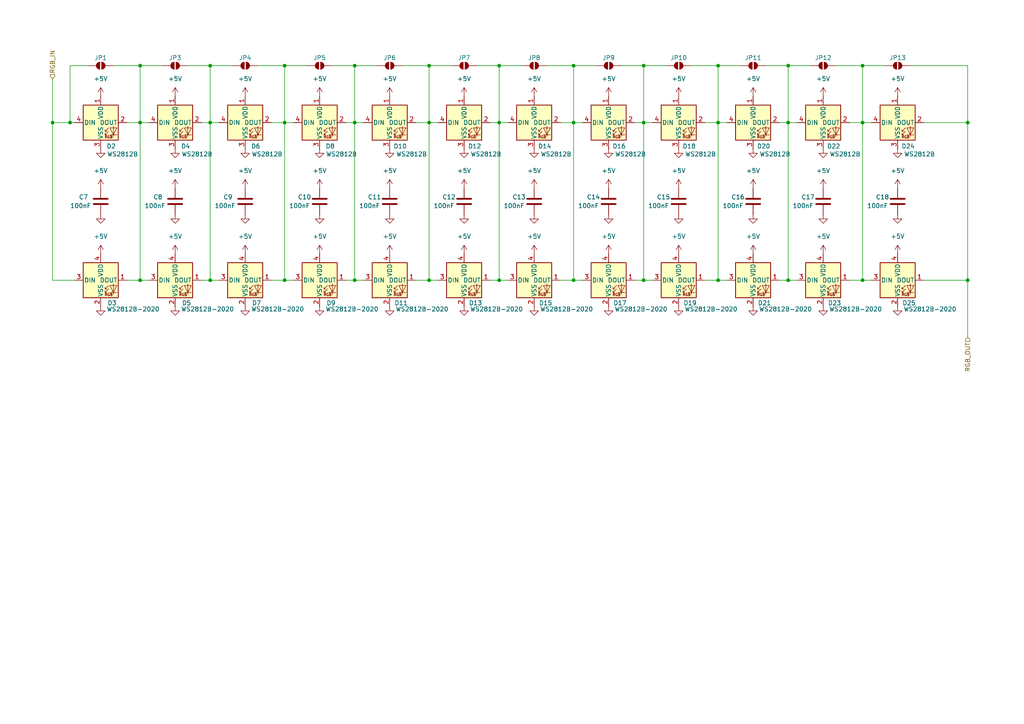
<source format=kicad_sch>
(kicad_sch (version 20231120) (generator "eeschema") (generator_version "8.0")
  (paper "A4")
  (junction (at 124.46 81.28))
  (junction (at 20.32 35.56))
  (junction (at 40.64 19.05))
  (junction (at 60.96 81.28))
  (junction (at 144.78 35.56))
  (junction (at 166.37 35.56))
  (junction (at 186.69 81.28))
  (junction (at 102.87 81.28))
  (junction (at 166.37 81.28))
  (junction (at 166.37 19.05))
  (junction (at 186.69 35.56))
  (junction (at 124.46 35.56))
  (junction (at 144.78 81.28))
  (junction (at 250.19 81.28))
  (junction (at 250.19 35.56))
  (junction (at 124.46 19.05))
  (junction (at 102.87 35.56))
  (junction (at 40.64 81.28))
  (junction (at 208.28 19.05))
  (junction (at 250.19 19.05))
  (junction (at 228.6 19.05))
  (junction (at 228.6 81.28))
  (junction (at 228.6 35.56))
  (junction (at 280.67 35.56))
  (junction (at 208.28 35.56))
  (junction (at 60.96 19.05))
  (junction (at 280.67 81.28))
  (junction (at 82.55 35.56))
  (junction (at 144.78 19.05))
  (junction (at 82.55 19.05))
  (junction (at 208.28 81.28))
  (junction (at 60.96 35.56))
  (junction (at 186.69 19.05))
  (junction (at 102.87 19.05))
  (junction (at 40.64 35.56))
  (junction (at 82.55 81.28))
  (junction (at 15.24 35.56))
  (wire (pts (xy 40.64 19.05) (xy 46.99 19.05)))
  (wire (pts (xy 144.78 35.56) (xy 147.32 35.56)))
  (wire (pts (xy 60.96 19.05) (xy 67.31 19.05)))
  (wire (pts (xy 124.46 35.56) (xy 127 35.56)))
  (wire (pts (xy 102.87 19.05) (xy 109.22 19.05)))
  (wire (pts (xy 204.47 35.56) (xy 208.28 35.56)))
  (wire (pts (xy 78.74 35.56) (xy 82.55 35.56)))
  (wire (pts (xy 25.4 19.05) (xy 20.32 19.05)))
  (wire (pts (xy 82.55 35.56) (xy 82.55 81.28)))
  (wire (pts (xy 40.64 35.56) (xy 43.18 35.56)))
  (wire (pts (xy 102.87 35.56) (xy 102.87 81.28)))
  (wire (pts (xy 242.57 19.05) (xy 250.19 19.05)))
  (wire (pts (xy 166.37 35.56) (xy 168.91 35.56)))
  (wire (pts (xy 144.78 19.05) (xy 144.78 35.56)))
  (wire (pts (xy 36.83 81.28) (xy 40.64 81.28)))
  (wire (pts (xy 124.46 35.56) (xy 124.46 81.28)))
  (wire (pts (xy 162.56 35.56) (xy 166.37 35.56)))
  (wire (pts (xy 58.42 35.56) (xy 60.96 35.56)))
  (wire (pts (xy 144.78 81.28) (xy 147.32 81.28)))
  (wire (pts (xy 250.19 19.05) (xy 250.19 35.56)))
  (wire (pts (xy 280.67 19.05) (xy 280.67 35.56)))
  (wire (pts (xy 58.42 81.28) (xy 60.96 81.28)))
  (wire (pts (xy 186.69 19.05) (xy 193.04 19.05)))
  (wire (pts (xy 162.56 81.28) (xy 166.37 81.28)))
  (wire (pts (xy 166.37 19.05) (xy 166.37 35.56)))
  (wire (pts (xy 144.78 19.05) (xy 151.13 19.05)))
  (wire (pts (xy 184.15 81.28) (xy 186.69 81.28)))
  (wire (pts (xy 208.28 35.56) (xy 210.82 35.56)))
  (wire (pts (xy 82.55 19.05) (xy 88.9 19.05)))
  (wire (pts (xy 166.37 19.05) (xy 172.72 19.05)))
  (wire (pts (xy 204.47 81.28) (xy 208.28 81.28)))
  (wire (pts (xy 267.97 81.28) (xy 280.67 81.28)))
  (wire (pts (xy 102.87 19.05) (xy 102.87 35.56)))
  (wire (pts (xy 280.67 35.56) (xy 280.67 81.28)))
  (wire (pts (xy 280.67 81.28) (xy 280.67 97.79)))
  (wire (pts (xy 250.19 81.28) (xy 252.73 81.28)))
  (wire (pts (xy 144.78 35.56) (xy 144.78 81.28)))
  (wire (pts (xy 120.65 35.56) (xy 124.46 35.56)))
  (wire (pts (xy 60.96 35.56) (xy 60.96 81.28)))
  (wire (pts (xy 100.33 35.56) (xy 102.87 35.56)))
  (wire (pts (xy 142.24 81.28) (xy 144.78 81.28)))
  (wire (pts (xy 15.24 81.28) (xy 21.59 81.28)))
  (wire (pts (xy 158.75 19.05) (xy 166.37 19.05)))
  (wire (pts (xy 228.6 19.05) (xy 234.95 19.05)))
  (wire (pts (xy 264.16 19.05) (xy 280.67 19.05)))
  (wire (pts (xy 40.64 19.05) (xy 40.64 35.56)))
  (wire (pts (xy 15.24 35.56) (xy 15.24 81.28)))
  (wire (pts (xy 15.24 35.56) (xy 20.32 35.56)))
  (wire (pts (xy 60.96 19.05) (xy 60.96 35.56)))
  (wire (pts (xy 226.06 81.28) (xy 228.6 81.28)))
  (wire (pts (xy 184.15 35.56) (xy 186.69 35.56)))
  (wire (pts (xy 82.55 81.28) (xy 85.09 81.28)))
  (wire (pts (xy 200.66 19.05) (xy 208.28 19.05)))
  (wire (pts (xy 186.69 35.56) (xy 186.69 81.28)))
  (wire (pts (xy 100.33 81.28) (xy 102.87 81.28)))
  (wire (pts (xy 228.6 35.56) (xy 231.14 35.56)))
  (wire (pts (xy 102.87 81.28) (xy 105.41 81.28)))
  (wire (pts (xy 60.96 35.56) (xy 63.5 35.56)))
  (wire (pts (xy 186.69 19.05) (xy 186.69 35.56)))
  (wire (pts (xy 250.19 35.56) (xy 250.19 81.28)))
  (wire (pts (xy 36.83 35.56) (xy 40.64 35.56)))
  (wire (pts (xy 33.02 19.05) (xy 40.64 19.05)))
  (wire (pts (xy 102.87 35.56) (xy 105.41 35.56)))
  (wire (pts (xy 124.46 19.05) (xy 130.81 19.05)))
  (wire (pts (xy 15.24 35.56) (xy 15.24 22.86)))
  (wire (pts (xy 228.6 19.05) (xy 228.6 35.56)))
  (wire (pts (xy 246.38 35.56) (xy 250.19 35.56)))
  (wire (pts (xy 74.93 19.05) (xy 82.55 19.05)))
  (wire (pts (xy 116.84 19.05) (xy 124.46 19.05)))
  (wire (pts (xy 82.55 19.05) (xy 82.55 35.56)))
  (wire (pts (xy 208.28 81.28) (xy 210.82 81.28)))
  (wire (pts (xy 166.37 81.28) (xy 168.91 81.28)))
  (wire (pts (xy 180.34 19.05) (xy 186.69 19.05)))
  (wire (pts (xy 267.97 35.56) (xy 280.67 35.56)))
  (wire (pts (xy 40.64 81.28) (xy 43.18 81.28)))
  (wire (pts (xy 208.28 19.05) (xy 208.28 35.56)))
  (wire (pts (xy 208.28 35.56) (xy 208.28 81.28)))
  (wire (pts (xy 228.6 81.28) (xy 231.14 81.28)))
  (wire (pts (xy 82.55 35.56) (xy 85.09 35.56)))
  (wire (pts (xy 20.32 35.56) (xy 21.59 35.56)))
  (wire (pts (xy 166.37 35.56) (xy 166.37 81.28)))
  (wire (pts (xy 40.64 35.56) (xy 40.64 81.28)))
  (wire (pts (xy 250.19 19.05) (xy 256.54 19.05)))
  (wire (pts (xy 20.32 19.05) (xy 20.32 35.56)))
  (wire (pts (xy 124.46 19.05) (xy 124.46 35.56)))
  (wire (pts (xy 228.6 35.56) (xy 228.6 81.28)))
  (wire (pts (xy 246.38 81.28) (xy 250.19 81.28)))
  (wire (pts (xy 124.46 81.28) (xy 127 81.28)))
  (wire (pts (xy 96.52 19.05) (xy 102.87 19.05)))
  (wire (pts (xy 138.43 19.05) (xy 144.78 19.05)))
  (wire (pts (xy 142.24 35.56) (xy 144.78 35.56)))
  (wire (pts (xy 250.19 35.56) (xy 252.73 35.56)))
  (wire (pts (xy 120.65 81.28) (xy 124.46 81.28)))
  (wire (pts (xy 186.69 81.28) (xy 189.23 81.28)))
  (wire (pts (xy 186.69 35.56) (xy 189.23 35.56)))
  (wire (pts (xy 208.28 19.05) (xy 214.63 19.05)))
  (wire (pts (xy 54.61 19.05) (xy 60.96 19.05)))
  (wire (pts (xy 222.25 19.05) (xy 228.6 19.05)))
  (wire (pts (xy 60.96 81.28) (xy 63.5 81.28)))
  (wire (pts (xy 226.06 35.56) (xy 228.6 35.56)))
  (wire (pts (xy 78.74 81.28) (xy 82.55 81.28)))
  (hierarchical_label "RGB_OUT" (shape input) (at 280.67 97.79 270))
  (hierarchical_label "RGB_IN" (shape input) (at 15.24 22.86 90))
  (symbol (lib_id "LED:WS2812B-2020") (at 92.71 81.28 0) (unit 1)
    (property "Reference" "D9" (at 96.012 87.884 0))
    (property "Value" "WS2812B-2020" (at 102.108 89.662 0))
    (property "Footprint" "LED_SMD:LED_WS2812B-2020_PLCC4_2.0x2.0mm" (effects (hide yes)))
    (property "Datasheet" "https://cdn-shop.adafruit.com/product-files/4684/4684_WS2812B-2020_V1.3_EN.pdf" (effects (hide yes)))
    (property "Description" "RGB LED with integrated controller, 2.0 x 2.0 mm, 12 mA" (effects (hide yes)))
    (instances (project "panel" (path "" (reference "D9") (unit 1)) (path "" (reference "D35") (unit 1))))
  )
  (symbol (lib_id "Jumper:SolderJumper_2_Open") (at 113.03 19.05 0) (unit 1) (exclude_from_sim yes) (in_bom no)
    (property "Reference" "JP6" (at 113.03 16.764 0))
    (property "Value" "SolderJumper_2_Open" (effects (hide yes)))
    (property "Footprint" "Jumper:SolderJumper-2_P1.3mm_Open_TrianglePad1.0x1.5mm" (effects (hide yes)))
    (property "Description" "Solder Jumper, 2-pole, open" (effects (hide yes)))
    (instances (project "panel" (path "" (reference "JP6") (unit 1)) (path "" (reference "JP18") (unit 1))))
  )
  (symbol (lib_id "power:GND") (at 260.35 88.9 0) (unit 1)
    (property "Reference" "#PWR088" (effects (hide yes)))
    (property "Value" "GND" (effects (hide yes)))
    (property "Description" "Power symbol creates a global label with name \"GND\" , ground" (effects (hide yes)))
    (instances (project "panel" (path "" (reference "#PWR088") (unit 1)) (path "" (reference "#PWR0176") (unit 1))))
  )
  (symbol (lib_id "power:+5V") (at 154.94 54.61 0) (unit 1)
    (property "Reference" "#PWR055" (effects (hide yes)))
    (property "Value" "+5V" (at 154.94 49.53 0))
    (property "Description" "Power symbol creates a global label with name \"+5V\"" (effects (hide yes)))
    (instances (project "panel" (path "" (reference "#PWR055") (unit 1)) (path "" (reference "#PWR0143") (unit 1))))
  )
  (symbol (lib_id "power:+5V") (at 29.21 54.61 0) (unit 1)
    (property "Reference" "#PWR018" (effects (hide yes)))
    (property "Value" "+5V" (at 29.21 49.53 0))
    (property "Description" "Power symbol creates a global label with name \"+5V\"" (effects (hide yes)))
    (instances (project "panel" (path "" (reference "#PWR018") (unit 1)) (path "" (reference "#PWR0107") (unit 1))))
  )
  (symbol (lib_id "LED:WS2812B-2020") (at 238.76 81.28 0) (unit 1)
    (property "Reference" "D23" (at 242.062 87.884 0))
    (property "Value" "WS2812B-2020" (at 248.158 89.662 0))
    (property "Footprint" "LED_SMD:LED_WS2812B-2020_PLCC4_2.0x2.0mm" (effects (hide yes)))
    (property "Datasheet" "https://cdn-shop.adafruit.com/product-files/4684/4684_WS2812B-2020_V1.3_EN.pdf" (effects (hide yes)))
    (property "Description" "RGB LED with integrated controller, 2.0 x 2.0 mm, 12 mA" (effects (hide yes)))
    (instances (project "panel" (path "" (reference "D23") (unit 1)) (path "" (reference "D49") (unit 1))))
  )
  (symbol (lib_id "LED:WS2812B") (at 154.94 35.56 0) (unit 1)
    (property "Reference" "D14" (at 157.988 42.418 0))
    (property "Value" "WS2812B" (at 161.29 44.704 0))
    (property "Footprint" "LED_SMD:LED_WS2812B_PLCC4_5.0x5.0mm_P3.2mm" (effects (hide yes)))
    (property "Datasheet" "https://cdn-shop.adafruit.com/datasheets/WS2812B.pdf" (effects (hide yes)))
    (property "Description" "RGB LED with integrated controller" (effects (hide yes)))
    (instances (project "panel" (path "" (reference "D14") (unit 1)) (path "" (reference "D40") (unit 1))))
  )
  (symbol (lib_id "power:+5V") (at 92.71 27.94 0) (unit 1)
    (property "Reference" "#PWR035" (effects (hide yes)))
    (property "Value" "+5V" (at 92.71 22.86 0))
    (property "Description" "Power symbol creates a global label with name \"+5V\"" (effects (hide yes)))
    (instances (project "panel" (path "" (reference "#PWR035") (unit 1)) (path "" (reference "#PWR0123") (unit 1))))
  )
  (symbol (lib_id "power:+5V") (at 71.12 27.94 0) (unit 1)
    (property "Reference" "#PWR029" (effects (hide yes)))
    (property "Value" "+5V" (at 71.12 22.86 0))
    (property "Description" "Power symbol creates a global label with name \"+5V\"" (effects (hide yes)))
    (instances (project "panel" (path "" (reference "#PWR029") (unit 1)) (path "" (reference "#PWR0117") (unit 1))))
  )
  (symbol (lib_id "power:GND") (at 29.21 62.23 0) (unit 1)
    (property "Reference" "#PWR020" (effects (hide yes)))
    (property "Value" "GND" (effects (hide yes)))
    (property "Description" "Power symbol creates a global label with name \"GND\" , ground" (effects (hide yes)))
    (instances (project "panel" (path "" (reference "#PWR020") (unit 1)) (path "" (reference "#PWR0108") (unit 1))))
  )
  (symbol (lib_id "power:GND") (at 218.44 43.18 0) (unit 1)
    (property "Reference" "#PWR072" (effects (hide yes)))
    (property "Value" "GND" (effects (hide yes)))
    (property "Description" "Power symbol creates a global label with name \"GND\" , ground" (effects (hide yes)))
    (instances (project "panel" (path "" (reference "#PWR072") (unit 1)) (path "" (reference "#PWR0160") (unit 1))))
  )
  (symbol (lib_id "power:GND") (at 238.76 88.9 0) (unit 1)
    (property "Reference" "#PWR082" (effects (hide yes)))
    (property "Value" "GND" (effects (hide yes)))
    (property "Description" "Power symbol creates a global label with name \"GND\" , ground" (effects (hide yes)))
    (instances (project "panel" (path "" (reference "#PWR082") (unit 1)) (path "" (reference "#PWR0170") (unit 1))))
  )
  (symbol (lib_id "Jumper:SolderJumper_2_Open") (at 196.85 19.05 0) (unit 1) (exclude_from_sim yes) (in_bom no)
    (property "Reference" "JP10" (at 196.85 16.764 0))
    (property "Value" "SolderJumper_2_Open" (effects (hide yes)))
    (property "Footprint" "Jumper:SolderJumper-2_P1.3mm_Open_TrianglePad1.0x1.5mm" (effects (hide yes)))
    (property "Description" "Solder Jumper, 2-pole, open" (effects (hide yes)))
    (instances (project "panel" (path "" (reference "JP10") (unit 1)) (path "" (reference "JP22") (unit 1))))
  )
  (symbol (lib_id "Jumper:SolderJumper_2_Open") (at 154.94 19.05 0) (unit 1) (exclude_from_sim yes) (in_bom no)
    (property "Reference" "JP8" (at 154.94 16.764 0))
    (property "Value" "SolderJumper_2_Open" (effects (hide yes)))
    (property "Footprint" "Jumper:SolderJumper-2_P1.3mm_Open_TrianglePad1.0x1.5mm" (effects (hide yes)))
    (property "Description" "Solder Jumper, 2-pole, open" (effects (hide yes)))
    (instances (project "panel" (path "" (reference "JP8") (unit 1)) (path "" (reference "JP20") (unit 1))))
  )
  (symbol (lib_id "power:GND") (at 238.76 62.23 0) (unit 1)
    (property "Reference" "#PWR080" (effects (hide yes)))
    (property "Value" "GND" (effects (hide yes)))
    (property "Description" "Power symbol creates a global label with name \"GND\" , ground" (effects (hide yes)))
    (instances (project "panel" (path "" (reference "#PWR080") (unit 1)) (path "" (reference "#PWR0168") (unit 1))))
  )
  (symbol (lib_id "Jumper:SolderJumper_2_Open") (at 238.76 19.05 0) (unit 1) (exclude_from_sim yes) (in_bom no)
    (property "Reference" "JP12" (at 238.76 16.764 0))
    (property "Value" "SolderJumper_2_Open" (effects (hide yes)))
    (property "Footprint" "Jumper:SolderJumper-2_P1.3mm_Open_TrianglePad1.0x1.5mm" (effects (hide yes)))
    (property "Description" "Solder Jumper, 2-pole, open" (effects (hide yes)))
    (instances (project "panel" (path "" (reference "JP12") (unit 1)) (path "" (reference "JP24") (unit 1))))
  )
  (symbol (lib_id "power:GND") (at 71.12 62.23 0) (unit 1)
    (property "Reference" "#PWR032" (effects (hide yes)))
    (property "Value" "GND" (effects (hide yes)))
    (property "Description" "Power symbol creates a global label with name \"GND\" , ground" (effects (hide yes)))
    (instances (project "panel" (path "" (reference "#PWR032") (unit 1)) (path "" (reference "#PWR0120") (unit 1))))
  )
  (symbol (lib_id "Jumper:SolderJumper_2_Open") (at 260.35 19.05 0) (unit 1) (exclude_from_sim yes) (in_bom no)
    (property "Reference" "JP13" (at 260.35 16.764 0))
    (property "Value" "SolderJumper_2_Open" (effects (hide yes)))
    (property "Footprint" "Jumper:SolderJumper-2_P1.3mm_Open_TrianglePad1.0x1.5mm" (effects (hide yes)))
    (property "Description" "Solder Jumper, 2-pole, open" (effects (hide yes)))
    (instances (project "panel" (path "" (reference "JP13") (unit 1)) (path "" (reference "JP25") (unit 1))))
  )
  (symbol (lib_id "power:+5V") (at 238.76 73.66 0) (unit 1)
    (property "Reference" "#PWR081" (effects (hide yes)))
    (property "Value" "+5V" (at 238.76 68.58 0))
    (property "Description" "Power symbol creates a global label with name \"+5V\"" (effects (hide yes)))
    (instances (project "panel" (path "" (reference "#PWR081") (unit 1)) (path "" (reference "#PWR0169") (unit 1))))
  )
  (symbol (lib_id "power:GND") (at 50.8 88.9 0) (unit 1)
    (property "Reference" "#PWR028" (effects (hide yes)))
    (property "Value" "GND" (effects (hide yes)))
    (property "Description" "Power symbol creates a global label with name \"GND\" , ground" (effects (hide yes)))
    (instances (project "panel" (path "" (reference "#PWR028") (unit 1)) (path "" (reference "#PWR0116") (unit 1))))
  )
  (symbol (lib_id "LED:WS2812B-2020") (at 29.21 81.28 0) (unit 1)
    (property "Reference" "D3" (at 32.512 87.884 0))
    (property "Value" "WS2812B-2020" (at 38.608 89.662 0))
    (property "Footprint" "LED_SMD:LED_WS2812B-2020_PLCC4_2.0x2.0mm" (effects (hide yes)))
    (property "Datasheet" "https://cdn-shop.adafruit.com/product-files/4684/4684_WS2812B-2020_V1.3_EN.pdf" (effects (hide yes)))
    (property "Description" "RGB LED with integrated controller, 2.0 x 2.0 mm, 12 mA" (effects (hide yes)))
    (instances (project "panel" (path "" (reference "D3") (unit 1)) (path "" (reference "D29") (unit 1))))
  )
  (symbol (lib_id "LED:WS2812B") (at 92.71 35.56 0) (unit 1)
    (property "Reference" "D8" (at 95.758 42.418 0))
    (property "Value" "WS2812B" (at 99.06 44.704 0))
    (property "Footprint" "LED_SMD:LED_WS2812B_PLCC4_5.0x5.0mm_P3.2mm" (effects (hide yes)))
    (property "Datasheet" "https://cdn-shop.adafruit.com/datasheets/WS2812B.pdf" (effects (hide yes)))
    (property "Description" "RGB LED with integrated controller" (effects (hide yes)))
    (instances (project "panel" (path "" (reference "D8") (unit 1)) (path "" (reference "D34") (unit 1))))
  )
  (symbol (lib_id "Device:C") (at 50.8 58.42 0) (unit 1)
    (property "Reference" "C8" (at 44.45 57.15 0) (effects (justify left)))
    (property "Value" "100nF" (at 41.91 59.69 0) (effects (justify left)))
    (property "Footprint" "Capacitor_SMD:C_0805_2012Metric_Pad1.18x1.45mm_HandSolder" (effects (hide yes)))
    (property "Description" "Unpolarized capacitor" (effects (hide yes)))
    (instances (project "panel" (path "" (reference "C8") (unit 1)) (path "" (reference "C27") (unit 1))))
  )
  (symbol (lib_id "power:GND") (at 71.12 88.9 0) (unit 1)
    (property "Reference" "#PWR034" (effects (hide yes)))
    (property "Value" "GND" (effects (hide yes)))
    (property "Description" "Power symbol creates a global label with name \"GND\" , ground" (effects (hide yes)))
    (instances (project "panel" (path "" (reference "#PWR034") (unit 1)) (path "" (reference "#PWR0122") (unit 1))))
  )
  (symbol (lib_id "power:GND") (at 50.8 62.23 0) (unit 1)
    (property "Reference" "#PWR026" (effects (hide yes)))
    (property "Value" "GND" (effects (hide yes)))
    (property "Description" "Power symbol creates a global label with name \"GND\" , ground" (effects (hide yes)))
    (instances (project "panel" (path "" (reference "#PWR026") (unit 1)) (path "" (reference "#PWR0114") (unit 1))))
  )
  (symbol (lib_id "power:+5V") (at 260.35 27.94 0) (unit 1)
    (property "Reference" "#PWR083" (effects (hide yes)))
    (property "Value" "+5V" (at 260.35 22.86 0))
    (property "Description" "Power symbol creates a global label with name \"+5V\"" (effects (hide yes)))
    (instances (project "panel" (path "" (reference "#PWR083") (unit 1)) (path "" (reference "#PWR0171") (unit 1))))
  )
  (symbol (lib_id "power:+5V") (at 218.44 73.66 0) (unit 1)
    (property "Reference" "#PWR075" (effects (hide yes)))
    (property "Value" "+5V" (at 218.44 68.58 0))
    (property "Description" "Power symbol creates a global label with name \"+5V\"" (effects (hide yes)))
    (instances (project "panel" (path "" (reference "#PWR075") (unit 1)) (path "" (reference "#PWR0163") (unit 1))))
  )
  (symbol (lib_id "power:GND") (at 196.85 88.9 0) (unit 1)
    (property "Reference" "#PWR070" (effects (hide yes)))
    (property "Value" "GND" (effects (hide yes)))
    (property "Description" "Power symbol creates a global label with name \"GND\" , ground" (effects (hide yes)))
    (instances (project "panel" (path "" (reference "#PWR070") (unit 1)) (path "" (reference "#PWR0158") (unit 1))))
  )
  (symbol (lib_id "power:GND") (at 238.76 43.18 0) (unit 1)
    (property "Reference" "#PWR078" (effects (hide yes)))
    (property "Value" "GND" (effects (hide yes)))
    (property "Description" "Power symbol creates a global label with name \"GND\" , ground" (effects (hide yes)))
    (instances (project "panel" (path "" (reference "#PWR078") (unit 1)) (path "" (reference "#PWR0166") (unit 1))))
  )
  (symbol (lib_id "power:+5V") (at 196.85 27.94 0) (unit 1)
    (property "Reference" "#PWR065" (effects (hide yes)))
    (property "Value" "+5V" (at 196.85 22.86 0))
    (property "Description" "Power symbol creates a global label with name \"+5V\"" (effects (hide yes)))
    (instances (project "panel" (path "" (reference "#PWR065") (unit 1)) (path "" (reference "#PWR0153") (unit 1))))
  )
  (symbol (lib_id "power:+5V") (at 238.76 27.94 0) (unit 1)
    (property "Reference" "#PWR077" (effects (hide yes)))
    (property "Value" "+5V" (at 238.76 22.86 0))
    (property "Description" "Power symbol creates a global label with name \"+5V\"" (effects (hide yes)))
    (instances (project "panel" (path "" (reference "#PWR077") (unit 1)) (path "" (reference "#PWR0165") (unit 1))))
  )
  (symbol (lib_id "LED:WS2812B-2020") (at 71.12 81.28 0) (unit 1)
    (property "Reference" "D7" (at 74.422 87.884 0))
    (property "Value" "WS2812B-2020" (at 80.518 89.662 0))
    (property "Footprint" "LED_SMD:LED_WS2812B-2020_PLCC4_2.0x2.0mm" (effects (hide yes)))
    (property "Datasheet" "https://cdn-shop.adafruit.com/product-files/4684/4684_WS2812B-2020_V1.3_EN.pdf" (effects (hide yes)))
    (property "Description" "RGB LED with integrated controller, 2.0 x 2.0 mm, 12 mA" (effects (hide yes)))
    (instances (project "panel" (path "" (reference "D7") (unit 1)) (path "" (reference "D33") (unit 1))))
  )
  (symbol (lib_id "power:+5V") (at 196.85 73.66 0) (unit 1)
    (property "Reference" "#PWR069" (effects (hide yes)))
    (property "Value" "+5V" (at 196.85 68.58 0))
    (property "Description" "Power symbol creates a global label with name \"+5V\"" (effects (hide yes)))
    (instances (project "panel" (path "" (reference "#PWR069") (unit 1)) (path "" (reference "#PWR0157") (unit 1))))
  )
  (symbol (lib_id "Device:C") (at 154.94 58.42 0) (unit 1)
    (property "Reference" "C13" (at 148.59 57.15 0) (effects (justify left)))
    (property "Value" "100nF" (at 146.05 59.69 0) (effects (justify left)))
    (property "Footprint" "Capacitor_SMD:C_0805_2012Metric_Pad1.18x1.45mm_HandSolder" (effects (hide yes)))
    (property "Description" "Unpolarized capacitor" (effects (hide yes)))
    (instances (project "panel" (path "" (reference "C13") (unit 1)) (path "" (reference "C32") (unit 1))))
  )
  (symbol (lib_id "power:GND") (at 29.21 43.18 0) (unit 1)
    (property "Reference" "#PWR015" (effects (hide yes)))
    (property "Value" "GND" (effects (hide yes)))
    (property "Description" "Power symbol creates a global label with name \"GND\" , ground" (effects (hide yes)))
    (instances (project "panel" (path "" (reference "#PWR015") (unit 1)) (path "" (reference "#PWR0106") (unit 1))))
  )
  (symbol (lib_id "LED:WS2812B-2020") (at 113.03 81.28 0) (unit 1)
    (property "Reference" "D11" (at 116.332 87.884 0))
    (property "Value" "WS2812B-2020" (at 122.428 89.662 0))
    (property "Footprint" "LED_SMD:LED_WS2812B-2020_PLCC4_2.0x2.0mm" (effects (hide yes)))
    (property "Datasheet" "https://cdn-shop.adafruit.com/product-files/4684/4684_WS2812B-2020_V1.3_EN.pdf" (effects (hide yes)))
    (property "Description" "RGB LED with integrated controller, 2.0 x 2.0 mm, 12 mA" (effects (hide yes)))
    (instances (project "panel" (path "" (reference "D11") (unit 1)) (path "" (reference "D37") (unit 1))))
  )
  (symbol (lib_id "power:GND") (at 134.62 62.23 0) (unit 1)
    (property "Reference" "#PWR050" (effects (hide yes)))
    (property "Value" "GND" (effects (hide yes)))
    (property "Description" "Power symbol creates a global label with name \"GND\" , ground" (effects (hide yes)))
    (instances (project "panel" (path "" (reference "#PWR050") (unit 1)) (path "" (reference "#PWR0138") (unit 1))))
  )
  (symbol (lib_id "power:GND") (at 154.94 62.23 0) (unit 1)
    (property "Reference" "#PWR056" (effects (hide yes)))
    (property "Value" "GND" (effects (hide yes)))
    (property "Description" "Power symbol creates a global label with name \"GND\" , ground" (effects (hide yes)))
    (instances (project "panel" (path "" (reference "#PWR056") (unit 1)) (path "" (reference "#PWR0144") (unit 1))))
  )
  (symbol (lib_id "power:GND") (at 176.53 43.18 0) (unit 1)
    (property "Reference" "#PWR060" (effects (hide yes)))
    (property "Value" "GND" (effects (hide yes)))
    (property "Description" "Power symbol creates a global label with name \"GND\" , ground" (effects (hide yes)))
    (instances (project "panel" (path "" (reference "#PWR060") (unit 1)) (path "" (reference "#PWR0148") (unit 1))))
  )
  (symbol (lib_id "power:GND") (at 196.85 43.18 0) (unit 1)
    (property "Reference" "#PWR066" (effects (hide yes)))
    (property "Value" "GND" (effects (hide yes)))
    (property "Description" "Power symbol creates a global label with name \"GND\" , ground" (effects (hide yes)))
    (instances (project "panel" (path "" (reference "#PWR066") (unit 1)) (path "" (reference "#PWR0154") (unit 1))))
  )
  (symbol (lib_id "power:+5V") (at 238.76 54.61 0) (unit 1)
    (property "Reference" "#PWR079" (effects (hide yes)))
    (property "Value" "+5V" (at 238.76 49.53 0))
    (property "Description" "Power symbol creates a global label with name \"+5V\"" (effects (hide yes)))
    (instances (project "panel" (path "" (reference "#PWR079") (unit 1)) (path "" (reference "#PWR0167") (unit 1))))
  )
  (symbol (lib_id "LED:WS2812B-2020") (at 154.94 81.28 0) (unit 1)
    (property "Reference" "D15" (at 158.242 87.884 0))
    (property "Value" "WS2812B-2020" (at 164.338 89.662 0))
    (property "Footprint" "LED_SMD:LED_WS2812B-2020_PLCC4_2.0x2.0mm" (effects (hide yes)))
    (property "Datasheet" "https://cdn-shop.adafruit.com/product-files/4684/4684_WS2812B-2020_V1.3_EN.pdf" (effects (hide yes)))
    (property "Description" "RGB LED with integrated controller, 2.0 x 2.0 mm, 12 mA" (effects (hide yes)))
    (instances (project "panel" (path "" (reference "D15") (unit 1)) (path "" (reference "D41") (unit 1))))
  )
  (symbol (lib_id "power:GND") (at 113.03 43.18 0) (unit 1)
    (property "Reference" "#PWR042" (effects (hide yes)))
    (property "Value" "GND" (effects (hide yes)))
    (property "Description" "Power symbol creates a global label with name \"GND\" , ground" (effects (hide yes)))
    (instances (project "panel" (path "" (reference "#PWR042") (unit 1)) (path "" (reference "#PWR0130") (unit 1))))
  )
  (symbol (lib_id "power:GND") (at 92.71 43.18 0) (unit 1)
    (property "Reference" "#PWR036" (effects (hide yes)))
    (property "Value" "GND" (effects (hide yes)))
    (property "Description" "Power symbol creates a global label with name \"GND\" , ground" (effects (hide yes)))
    (instances (project "panel" (path "" (reference "#PWR036") (unit 1)) (path "" (reference "#PWR0124") (unit 1))))
  )
  (symbol (lib_id "Jumper:SolderJumper_2_Open") (at 134.62 19.05 0) (unit 1) (exclude_from_sim yes) (in_bom no)
    (property "Reference" "JP7" (at 134.62 16.764 0))
    (property "Value" "SolderJumper_2_Open" (effects (hide yes)))
    (property "Footprint" "Jumper:SolderJumper-2_P1.3mm_Open_TrianglePad1.0x1.5mm" (effects (hide yes)))
    (property "Description" "Solder Jumper, 2-pole, open" (effects (hide yes)))
    (instances (project "panel" (path "" (reference "JP7") (unit 1)) (path "" (reference "JP19") (unit 1))))
  )
  (symbol (lib_id "Device:C") (at 238.76 58.42 0) (unit 1)
    (property "Reference" "C17" (at 232.41 57.15 0) (effects (justify left)))
    (property "Value" "100nF" (at 229.87 59.69 0) (effects (justify left)))
    (property "Footprint" "Capacitor_SMD:C_0805_2012Metric_Pad1.18x1.45mm_HandSolder" (effects (hide yes)))
    (property "Description" "Unpolarized capacitor" (effects (hide yes)))
    (instances (project "panel" (path "" (reference "C17") (unit 1)) (path "" (reference "C36") (unit 1))))
  )
  (symbol (lib_id "power:+5V") (at 176.53 27.94 0) (unit 1)
    (property "Reference" "#PWR059" (effects (hide yes)))
    (property "Value" "+5V" (at 176.53 22.86 0))
    (property "Description" "Power symbol creates a global label with name \"+5V\"" (effects (hide yes)))
    (instances (project "panel" (path "" (reference "#PWR059") (unit 1)) (path "" (reference "#PWR0147") (unit 1))))
  )
  (symbol (lib_id "power:GND") (at 176.53 88.9 0) (unit 1)
    (property "Reference" "#PWR064" (effects (hide yes)))
    (property "Value" "GND" (effects (hide yes)))
    (property "Description" "Power symbol creates a global label with name \"GND\" , ground" (effects (hide yes)))
    (instances (project "panel" (path "" (reference "#PWR064") (unit 1)) (path "" (reference "#PWR0152") (unit 1))))
  )
  (symbol (lib_id "power:GND") (at 260.35 62.23 0) (unit 1)
    (property "Reference" "#PWR086" (effects (hide yes)))
    (property "Value" "GND" (effects (hide yes)))
    (property "Description" "Power symbol creates a global label with name \"GND\" , ground" (effects (hide yes)))
    (instances (project "panel" (path "" (reference "#PWR086") (unit 1)) (path "" (reference "#PWR0174") (unit 1))))
  )
  (symbol (lib_id "power:+5V") (at 71.12 54.61 0) (unit 1)
    (property "Reference" "#PWR031" (effects (hide yes)))
    (property "Value" "+5V" (at 71.12 49.53 0))
    (property "Description" "Power symbol creates a global label with name \"+5V\"" (effects (hide yes)))
    (instances (project "panel" (path "" (reference "#PWR031") (unit 1)) (path "" (reference "#PWR0119") (unit 1))))
  )
  (symbol (lib_id "LED:WS2812B") (at 196.85 35.56 0) (unit 1)
    (property "Reference" "D18" (at 199.898 42.418 0))
    (property "Value" "WS2812B" (at 203.2 44.704 0))
    (property "Footprint" "LED_SMD:LED_WS2812B_PLCC4_5.0x5.0mm_P3.2mm" (effects (hide yes)))
    (property "Datasheet" "https://cdn-shop.adafruit.com/datasheets/WS2812B.pdf" (effects (hide yes)))
    (property "Description" "RGB LED with integrated controller" (effects (hide yes)))
    (instances (project "panel" (path "" (reference "D18") (unit 1)) (path "" (reference "D44") (unit 1))))
  )
  (symbol (lib_id "power:GND") (at 218.44 88.9 0) (unit 1)
    (property "Reference" "#PWR076" (effects (hide yes)))
    (property "Value" "GND" (effects (hide yes)))
    (property "Description" "Power symbol creates a global label with name \"GND\" , ground" (effects (hide yes)))
    (instances (project "panel" (path "" (reference "#PWR076") (unit 1)) (path "" (reference "#PWR0164") (unit 1))))
  )
  (symbol (lib_id "power:+5V") (at 29.21 73.66 0) (unit 1)
    (property "Reference" "#PWR021" (effects (hide yes)))
    (property "Value" "+5V" (at 29.21 68.58 0))
    (property "Description" "Power symbol creates a global label with name \"+5V\"" (effects (hide yes)))
    (instances (project "panel" (path "" (reference "#PWR021") (unit 1)) (path "" (reference "#PWR0109") (unit 1))))
  )
  (symbol (lib_id "power:+5V") (at 134.62 73.66 0) (unit 1)
    (property "Reference" "#PWR051" (effects (hide yes)))
    (property "Value" "+5V" (at 134.62 68.58 0))
    (property "Description" "Power symbol creates a global label with name \"+5V\"" (effects (hide yes)))
    (instances (project "panel" (path "" (reference "#PWR051") (unit 1)) (path "" (reference "#PWR0139") (unit 1))))
  )
  (symbol (lib_id "LED:WS2812B-2020") (at 134.62 81.28 0) (unit 1)
    (property "Reference" "D13" (at 137.922 87.884 0))
    (property "Value" "WS2812B-2020" (at 144.018 89.662 0))
    (property "Footprint" "LED_SMD:LED_WS2812B-2020_PLCC4_2.0x2.0mm" (effects (hide yes)))
    (property "Datasheet" "https://cdn-shop.adafruit.com/product-files/4684/4684_WS2812B-2020_V1.3_EN.pdf" (effects (hide yes)))
    (property "Description" "RGB LED with integrated controller, 2.0 x 2.0 mm, 12 mA" (effects (hide yes)))
    (instances (project "panel" (path "" (reference "D13") (unit 1)) (path "" (reference "D39") (unit 1))))
  )
  (symbol (lib_id "Jumper:SolderJumper_2_Open") (at 29.21 19.05 0) (unit 1) (exclude_from_sim yes) (in_bom no)
    (property "Reference" "JP1" (at 29.21 16.764 0))
    (property "Value" "SolderJumper_2_Open" (effects (hide yes)))
    (property "Footprint" "Jumper:SolderJumper-2_P1.3mm_Open_TrianglePad1.0x1.5mm" (effects (hide yes)))
    (property "Description" "Solder Jumper, 2-pole, open" (effects (hide yes)))
    (instances (project "panel" (path "" (reference "JP1") (unit 1)) (path "" (reference "JP14") (unit 1))))
  )
  (symbol (lib_id "LED:WS2812B-2020") (at 260.35 81.28 0) (unit 1)
    (property "Reference" "D25" (at 263.652 87.884 0))
    (property "Value" "WS2812B-2020" (at 269.748 89.662 0))
    (property "Footprint" "LED_SMD:LED_WS2812B-2020_PLCC4_2.0x2.0mm" (effects (hide yes)))
    (property "Datasheet" "https://cdn-shop.adafruit.com/product-files/4684/4684_WS2812B-2020_V1.3_EN.pdf" (effects (hide yes)))
    (property "Description" "RGB LED with integrated controller, 2.0 x 2.0 mm, 12 mA" (effects (hide yes)))
    (instances (project "panel" (path "" (reference "D25") (unit 1)) (path "" (reference "D51") (unit 1))))
  )
  (symbol (lib_id "Jumper:SolderJumper_2_Open") (at 218.44 19.05 0) (unit 1) (exclude_from_sim yes) (in_bom no)
    (property "Reference" "JP11" (at 218.44 16.764 0))
    (property "Value" "SolderJumper_2_Open" (effects (hide yes)))
    (property "Footprint" "Jumper:SolderJumper-2_P1.3mm_Open_TrianglePad1.0x1.5mm" (effects (hide yes)))
    (property "Description" "Solder Jumper, 2-pole, open" (effects (hide yes)))
    (instances (project "panel" (path "" (reference "JP11") (unit 1)) (path "" (reference "JP23") (unit 1))))
  )
  (symbol (lib_id "Device:C") (at 71.12 58.42 0) (unit 1)
    (property "Reference" "C9" (at 64.77 57.15 0) (effects (justify left)))
    (property "Value" "100nF" (at 62.23 59.69 0) (effects (justify left)))
    (property "Footprint" "Capacitor_SMD:C_0805_2012Metric_Pad1.18x1.45mm_HandSolder" (effects (hide yes)))
    (property "Description" "Unpolarized capacitor" (effects (hide yes)))
    (instances (project "panel" (path "" (reference "C9") (unit 1)) (path "" (reference "C28") (unit 1))))
  )
  (symbol (lib_id "LED:WS2812B-2020") (at 50.8 81.28 0) (unit 1)
    (property "Reference" "D5" (at 54.102 87.884 0))
    (property "Value" "WS2812B-2020" (at 60.198 89.662 0))
    (property "Footprint" "LED_SMD:LED_WS2812B-2020_PLCC4_2.0x2.0mm" (effects (hide yes)))
    (property "Datasheet" "https://cdn-shop.adafruit.com/product-files/4684/4684_WS2812B-2020_V1.3_EN.pdf" (effects (hide yes)))
    (property "Description" "RGB LED with integrated controller, 2.0 x 2.0 mm, 12 mA" (effects (hide yes)))
    (instances (project "panel" (path "" (reference "D5") (unit 1)) (path "" (reference "D31") (unit 1))))
  )
  (symbol (lib_id "power:+5V") (at 218.44 54.61 0) (unit 1)
    (property "Reference" "#PWR073" (effects (hide yes)))
    (property "Value" "+5V" (at 218.44 49.53 0))
    (property "Description" "Power symbol creates a global label with name \"+5V\"" (effects (hide yes)))
    (instances (project "panel" (path "" (reference "#PWR073") (unit 1)) (path "" (reference "#PWR0161") (unit 1))))
  )
  (symbol (lib_id "Device:C") (at 176.53 58.42 0) (unit 1)
    (property "Reference" "C14" (at 170.18 57.15 0) (effects (justify left)))
    (property "Value" "100nF" (at 167.64 59.69 0) (effects (justify left)))
    (property "Footprint" "Capacitor_SMD:C_0805_2012Metric_Pad1.18x1.45mm_HandSolder" (effects (hide yes)))
    (property "Description" "Unpolarized capacitor" (effects (hide yes)))
    (instances (project "panel" (path "" (reference "C14") (unit 1)) (path "" (reference "C33") (unit 1))))
  )
  (symbol (lib_id "power:+5V") (at 92.71 73.66 0) (unit 1)
    (property "Reference" "#PWR039" (effects (hide yes)))
    (property "Value" "+5V" (at 92.71 68.58 0))
    (property "Description" "Power symbol creates a global label with name \"+5V\"" (effects (hide yes)))
    (instances (project "panel" (path "" (reference "#PWR039") (unit 1)) (path "" (reference "#PWR0127") (unit 1))))
  )
  (symbol (lib_id "power:GND") (at 50.8 43.18 0) (unit 1)
    (property "Reference" "#PWR024" (effects (hide yes)))
    (property "Value" "GND" (effects (hide yes)))
    (property "Description" "Power symbol creates a global label with name \"GND\" , ground" (effects (hide yes)))
    (instances (project "panel" (path "" (reference "#PWR024") (unit 1)) (path "" (reference "#PWR0112") (unit 1))))
  )
  (symbol (lib_id "power:+5V") (at 113.03 54.61 0) (unit 1)
    (property "Reference" "#PWR043" (effects (hide yes)))
    (property "Value" "+5V" (at 113.03 49.53 0))
    (property "Description" "Power symbol creates a global label with name \"+5V\"" (effects (hide yes)))
    (instances (project "panel" (path "" (reference "#PWR043") (unit 1)) (path "" (reference "#PWR0131") (unit 1))))
  )
  (symbol (lib_id "Device:C") (at 134.62 58.42 0) (unit 1)
    (property "Reference" "C12" (at 128.27 57.15 0) (effects (justify left)))
    (property "Value" "100nF" (at 125.73 59.69 0) (effects (justify left)))
    (property "Footprint" "Capacitor_SMD:C_0805_2012Metric_Pad1.18x1.45mm_HandSolder" (effects (hide yes)))
    (property "Description" "Unpolarized capacitor" (effects (hide yes)))
    (instances (project "panel" (path "" (reference "C12") (unit 1)) (path "" (reference "C31") (unit 1))))
  )
  (symbol (lib_id "power:+5V") (at 260.35 73.66 0) (unit 1)
    (property "Reference" "#PWR087" (effects (hide yes)))
    (property "Value" "+5V" (at 260.35 68.58 0))
    (property "Description" "Power symbol creates a global label with name \"+5V\"" (effects (hide yes)))
    (instances (project "panel" (path "" (reference "#PWR087") (unit 1)) (path "" (reference "#PWR0175") (unit 1))))
  )
  (symbol (lib_id "power:+5V") (at 113.03 27.94 0) (unit 1)
    (property "Reference" "#PWR041" (effects (hide yes)))
    (property "Value" "+5V" (at 113.03 22.86 0))
    (property "Description" "Power symbol creates a global label with name \"+5V\"" (effects (hide yes)))
    (instances (project "panel" (path "" (reference "#PWR041") (unit 1)) (path "" (reference "#PWR0129") (unit 1))))
  )
  (symbol (lib_id "Jumper:SolderJumper_2_Open") (at 176.53 19.05 0) (unit 1) (exclude_from_sim yes) (in_bom no)
    (property "Reference" "JP9" (at 176.53 16.764 0))
    (property "Value" "SolderJumper_2_Open" (effects (hide yes)))
    (property "Footprint" "Jumper:SolderJumper-2_P1.3mm_Open_TrianglePad1.0x1.5mm" (effects (hide yes)))
    (property "Description" "Solder Jumper, 2-pole, open" (effects (hide yes)))
    (instances (project "panel" (path "" (reference "JP9") (unit 1)) (path "" (reference "JP21") (unit 1))))
  )
  (symbol (lib_id "LED:WS2812B") (at 71.12 35.56 0) (unit 1)
    (property "Reference" "D6" (at 74.168 42.418 0))
    (property "Value" "WS2812B" (at 77.47 44.704 0))
    (property "Footprint" "LED_SMD:LED_WS2812B_PLCC4_5.0x5.0mm_P3.2mm" (effects (hide yes)))
    (property "Datasheet" "https://cdn-shop.adafruit.com/datasheets/WS2812B.pdf" (effects (hide yes)))
    (property "Description" "RGB LED with integrated controller" (effects (hide yes)))
    (instances (project "panel" (path "" (reference "D6") (unit 1)) (path "" (reference "D32") (unit 1))))
  )
  (symbol (lib_id "Jumper:SolderJumper_2_Open") (at 50.8 19.05 0) (unit 1) (exclude_from_sim yes) (in_bom no)
    (property "Reference" "JP3" (at 50.8 16.764 0))
    (property "Value" "SolderJumper_2_Open" (effects (hide yes)))
    (property "Footprint" "Jumper:SolderJumper-2_P1.3mm_Open_TrianglePad1.0x1.5mm" (effects (hide yes)))
    (property "Description" "Solder Jumper, 2-pole, open" (effects (hide yes)))
    (instances (project "panel" (path "" (reference "JP3") (unit 1)) (path "" (reference "JP15") (unit 1))))
  )
  (symbol (lib_id "power:+5V") (at 154.94 73.66 0) (unit 1)
    (property "Reference" "#PWR057" (effects (hide yes)))
    (property "Value" "+5V" (at 154.94 68.58 0))
    (property "Description" "Power symbol creates a global label with name \"+5V\"" (effects (hide yes)))
    (instances (project "panel" (path "" (reference "#PWR057") (unit 1)) (path "" (reference "#PWR0145") (unit 1))))
  )
  (symbol (lib_id "power:GND") (at 154.94 88.9 0) (unit 1)
    (property "Reference" "#PWR058" (effects (hide yes)))
    (property "Value" "GND" (effects (hide yes)))
    (property "Description" "Power symbol creates a global label with name \"GND\" , ground" (effects (hide yes)))
    (instances (project "panel" (path "" (reference "#PWR058") (unit 1)) (path "" (reference "#PWR0146") (unit 1))))
  )
  (symbol (lib_id "power:GND") (at 176.53 62.23 0) (unit 1)
    (property "Reference" "#PWR062" (effects (hide yes)))
    (property "Value" "GND" (effects (hide yes)))
    (property "Description" "Power symbol creates a global label with name \"GND\" , ground" (effects (hide yes)))
    (instances (project "panel" (path "" (reference "#PWR062") (unit 1)) (path "" (reference "#PWR0150") (unit 1))))
  )
  (symbol (lib_id "Device:C") (at 29.21 58.42 0) (unit 1)
    (property "Reference" "C7" (at 22.86 57.15 0) (effects (justify left)))
    (property "Value" "100nF" (at 20.32 59.69 0) (effects (justify left)))
    (property "Footprint" "Capacitor_SMD:C_0805_2012Metric_Pad1.18x1.45mm_HandSolder" (effects (hide yes)))
    (property "Description" "Unpolarized capacitor" (effects (hide yes)))
    (instances (project "panel" (path "" (reference "C7") (unit 1)) (path "" (reference "C26") (unit 1))))
  )
  (symbol (lib_id "power:+5V") (at 50.8 27.94 0) (unit 1)
    (property "Reference" "#PWR023" (effects (hide yes)))
    (property "Value" "+5V" (at 50.8 22.86 0))
    (property "Description" "Power symbol creates a global label with name \"+5V\"" (effects (hide yes)))
    (instances (project "panel" (path "" (reference "#PWR023") (unit 1)) (path "" (reference "#PWR0111") (unit 1))))
  )
  (symbol (lib_id "Device:C") (at 218.44 58.42 0) (unit 1)
    (property "Reference" "C16" (at 212.09 57.15 0) (effects (justify left)))
    (property "Value" "100nF" (at 209.55 59.69 0) (effects (justify left)))
    (property "Footprint" "Capacitor_SMD:C_0805_2012Metric_Pad1.18x1.45mm_HandSolder" (effects (hide yes)))
    (property "Description" "Unpolarized capacitor" (effects (hide yes)))
    (instances (project "panel" (path "" (reference "C16") (unit 1)) (path "" (reference "C35") (unit 1))))
  )
  (symbol (lib_id "power:GND") (at 92.71 62.23 0) (unit 1)
    (property "Reference" "#PWR038" (effects (hide yes)))
    (property "Value" "GND" (effects (hide yes)))
    (property "Description" "Power symbol creates a global label with name \"GND\" , ground" (effects (hide yes)))
    (instances (project "panel" (path "" (reference "#PWR038") (unit 1)) (path "" (reference "#PWR0126") (unit 1))))
  )
  (symbol (lib_id "Device:C") (at 260.35 58.42 0) (unit 1)
    (property "Reference" "C18" (at 254 57.15 0) (effects (justify left)))
    (property "Value" "100nF" (at 251.46 59.69 0) (effects (justify left)))
    (property "Footprint" "Capacitor_SMD:C_0805_2012Metric_Pad1.18x1.45mm_HandSolder" (effects (hide yes)))
    (property "Description" "Unpolarized capacitor" (effects (hide yes)))
    (instances (project "panel" (path "" (reference "C18") (unit 1)) (path "" (reference "C37") (unit 1))))
  )
  (symbol (lib_id "LED:WS2812B") (at 176.53 35.56 0) (unit 1)
    (property "Reference" "D16" (at 179.578 42.418 0))
    (property "Value" "WS2812B" (at 182.88 44.704 0))
    (property "Footprint" "LED_SMD:LED_WS2812B_PLCC4_5.0x5.0mm_P3.2mm" (effects (hide yes)))
    (property "Datasheet" "https://cdn-shop.adafruit.com/datasheets/WS2812B.pdf" (effects (hide yes)))
    (property "Description" "RGB LED with integrated controller" (effects (hide yes)))
    (instances (project "panel" (path "" (reference "D16") (unit 1)) (path "" (reference "D42") (unit 1))))
  )
  (symbol (lib_id "power:GND") (at 113.03 62.23 0) (unit 1)
    (property "Reference" "#PWR044" (effects (hide yes)))
    (property "Value" "GND" (effects (hide yes)))
    (property "Description" "Power symbol creates a global label with name \"GND\" , ground" (effects (hide yes)))
    (instances (project "panel" (path "" (reference "#PWR044") (unit 1)) (path "" (reference "#PWR0132") (unit 1))))
  )
  (symbol (lib_id "LED:WS2812B") (at 50.8 35.56 0) (unit 1)
    (property "Reference" "D4" (at 53.848 42.418 0))
    (property "Value" "WS2812B" (at 57.15 44.704 0))
    (property "Footprint" "LED_SMD:LED_WS2812B_PLCC4_5.0x5.0mm_P3.2mm" (effects (hide yes)))
    (property "Datasheet" "https://cdn-shop.adafruit.com/datasheets/WS2812B.pdf" (effects (hide yes)))
    (property "Description" "RGB LED with integrated controller" (effects (hide yes)))
    (instances (project "panel" (path "" (reference "D4") (unit 1)) (path "" (reference "D30") (unit 1))))
  )
  (symbol (lib_id "LED:WS2812B-2020") (at 218.44 81.28 0) (unit 1)
    (property "Reference" "D21" (at 221.742 87.884 0))
    (property "Value" "WS2812B-2020" (at 227.838 89.662 0))
    (property "Footprint" "LED_SMD:LED_WS2812B-2020_PLCC4_2.0x2.0mm" (effects (hide yes)))
    (property "Datasheet" "https://cdn-shop.adafruit.com/product-files/4684/4684_WS2812B-2020_V1.3_EN.pdf" (effects (hide yes)))
    (property "Description" "RGB LED with integrated controller, 2.0 x 2.0 mm, 12 mA" (effects (hide yes)))
    (instances (project "panel" (path "" (reference "D21") (unit 1)) (path "" (reference "D47") (unit 1))))
  )
  (symbol (lib_id "power:+5V") (at 134.62 54.61 0) (unit 1)
    (property "Reference" "#PWR049" (effects (hide yes)))
    (property "Value" "+5V" (at 134.62 49.53 0))
    (property "Description" "Power symbol creates a global label with name \"+5V\"" (effects (hide yes)))
    (instances (project "panel" (path "" (reference "#PWR049") (unit 1)) (path "" (reference "#PWR0137") (unit 1))))
  )
  (symbol (lib_id "power:GND") (at 218.44 62.23 0) (unit 1)
    (property "Reference" "#PWR074" (effects (hide yes)))
    (property "Value" "GND" (effects (hide yes)))
    (property "Description" "Power symbol creates a global label with name \"GND\" , ground" (effects (hide yes)))
    (instances (project "panel" (path "" (reference "#PWR074") (unit 1)) (path "" (reference "#PWR0162") (unit 1))))
  )
  (symbol (lib_id "power:+5V") (at 260.35 54.61 0) (unit 1)
    (property "Reference" "#PWR085" (effects (hide yes)))
    (property "Value" "+5V" (at 260.35 49.53 0))
    (property "Description" "Power symbol creates a global label with name \"+5V\"" (effects (hide yes)))
    (instances (project "panel" (path "" (reference "#PWR085") (unit 1)) (path "" (reference "#PWR0173") (unit 1))))
  )
  (symbol (lib_id "Jumper:SolderJumper_2_Open") (at 71.12 19.05 0) (unit 1) (exclude_from_sim yes) (in_bom no)
    (property "Reference" "JP4" (at 71.12 16.764 0))
    (property "Value" "SolderJumper_2_Open" (effects (hide yes)))
    (property "Footprint" "Jumper:SolderJumper-2_P1.3mm_Open_TrianglePad1.0x1.5mm" (effects (hide yes)))
    (property "Description" "Solder Jumper, 2-pole, open" (effects (hide yes)))
    (instances (project "panel" (path "" (reference "JP4") (unit 1)) (path "" (reference "JP16") (unit 1))))
  )
  (symbol (lib_id "LED:WS2812B-2020") (at 176.53 81.28 0) (unit 1)
    (property "Reference" "D17" (at 179.832 87.884 0))
    (property "Value" "WS2812B-2020" (at 185.928 89.662 0))
    (property "Footprint" "LED_SMD:LED_WS2812B-2020_PLCC4_2.0x2.0mm" (effects (hide yes)))
    (property "Datasheet" "https://cdn-shop.adafruit.com/product-files/4684/4684_WS2812B-2020_V1.3_EN.pdf" (effects (hide yes)))
    (property "Description" "RGB LED with integrated controller, 2.0 x 2.0 mm, 12 mA" (effects (hide yes)))
    (instances (project "panel" (path "" (reference "D17") (unit 1)) (path "" (reference "D43") (unit 1))))
  )
  (symbol (lib_id "power:+5V") (at 154.94 27.94 0) (unit 1)
    (property "Reference" "#PWR053" (effects (hide yes)))
    (property "Value" "+5V" (at 154.94 22.86 0))
    (property "Description" "Power symbol creates a global label with name \"+5V\"" (effects (hide yes)))
    (instances (project "panel" (path "" (reference "#PWR053") (unit 1)) (path "" (reference "#PWR0141") (unit 1))))
  )
  (symbol (lib_id "power:+5V") (at 176.53 54.61 0) (unit 1)
    (property "Reference" "#PWR061" (effects (hide yes)))
    (property "Value" "+5V" (at 176.53 49.53 0))
    (property "Description" "Power symbol creates a global label with name \"+5V\"" (effects (hide yes)))
    (instances (project "panel" (path "" (reference "#PWR061") (unit 1)) (path "" (reference "#PWR0149") (unit 1))))
  )
  (symbol (lib_id "Device:C") (at 113.03 58.42 0) (unit 1)
    (property "Reference" "C11" (at 106.68 57.15 0) (effects (justify left)))
    (property "Value" "100nF" (at 104.14 59.69 0) (effects (justify left)))
    (property "Footprint" "Capacitor_SMD:C_0805_2012Metric_Pad1.18x1.45mm_HandSolder" (effects (hide yes)))
    (property "Description" "Unpolarized capacitor" (effects (hide yes)))
    (instances (project "panel" (path "" (reference "C11") (unit 1)) (path "" (reference "C30") (unit 1))))
  )
  (symbol (lib_id "LED:WS2812B") (at 113.03 35.56 0) (unit 1)
    (property "Reference" "D10" (at 116.078 42.418 0))
    (property "Value" "WS2812B" (at 119.38 44.704 0))
    (property "Footprint" "LED_SMD:LED_WS2812B_PLCC4_5.0x5.0mm_P3.2mm" (effects (hide yes)))
    (property "Datasheet" "https://cdn-shop.adafruit.com/datasheets/WS2812B.pdf" (effects (hide yes)))
    (property "Description" "RGB LED with integrated controller" (effects (hide yes)))
    (instances (project "panel" (path "" (reference "D10") (unit 1)) (path "" (reference "D36") (unit 1))))
  )
  (symbol (lib_id "power:+5V") (at 218.44 27.94 0) (unit 1)
    (property "Reference" "#PWR071" (effects (hide yes)))
    (property "Value" "+5V" (at 218.44 22.86 0))
    (property "Description" "Power symbol creates a global label with name \"+5V\"" (effects (hide yes)))
    (instances (project "panel" (path "" (reference "#PWR071") (unit 1)) (path "" (reference "#PWR0159") (unit 1))))
  )
  (symbol (lib_id "LED:WS2812B") (at 218.44 35.56 0) (unit 1)
    (property "Reference" "D20" (at 221.488 42.418 0))
    (property "Value" "WS2812B" (at 224.79 44.704 0))
    (property "Footprint" "LED_SMD:LED_WS2812B_PLCC4_5.0x5.0mm_P3.2mm" (effects (hide yes)))
    (property "Datasheet" "https://cdn-shop.adafruit.com/datasheets/WS2812B.pdf" (effects (hide yes)))
    (property "Description" "RGB LED with integrated controller" (effects (hide yes)))
    (instances (project "panel" (path "" (reference "D20") (unit 1)) (path "" (reference "D46") (unit 1))))
  )
  (symbol (lib_id "power:+5V") (at 134.62 27.94 0) (unit 1)
    (property "Reference" "#PWR047" (effects (hide yes)))
    (property "Value" "+5V" (at 134.62 22.86 0))
    (property "Description" "Power symbol creates a global label with name \"+5V\"" (effects (hide yes)))
    (instances (project "panel" (path "" (reference "#PWR047") (unit 1)) (path "" (reference "#PWR0135") (unit 1))))
  )
  (symbol (lib_id "Device:C") (at 92.71 58.42 0) (unit 1)
    (property "Reference" "C10" (at 86.36 57.15 0) (effects (justify left)))
    (property "Value" "100nF" (at 83.82 59.69 0) (effects (justify left)))
    (property "Footprint" "Capacitor_SMD:C_0805_2012Metric_Pad1.18x1.45mm_HandSolder" (effects (hide yes)))
    (property "Description" "Unpolarized capacitor" (effects (hide yes)))
    (instances (project "panel" (path "" (reference "C10") (unit 1)) (path "" (reference "C29") (unit 1))))
  )
  (symbol (lib_id "Device:C") (at 196.85 58.42 0) (unit 1)
    (property "Reference" "C15" (at 190.5 57.15 0) (effects (justify left)))
    (property "Value" "100nF" (at 187.96 59.69 0) (effects (justify left)))
    (property "Footprint" "Capacitor_SMD:C_0805_2012Metric_Pad1.18x1.45mm_HandSolder" (effects (hide yes)))
    (property "Description" "Unpolarized capacitor" (effects (hide yes)))
    (instances (project "panel" (path "" (reference "C15") (unit 1)) (path "" (reference "C34") (unit 1))))
  )
  (symbol (lib_id "power:GND") (at 29.21 88.9 0) (unit 1)
    (property "Reference" "#PWR022" (effects (hide yes)))
    (property "Value" "GND" (effects (hide yes)))
    (property "Description" "Power symbol creates a global label with name \"GND\" , ground" (effects (hide yes)))
    (instances (project "panel" (path "" (reference "#PWR022") (unit 1)) (path "" (reference "#PWR0110") (unit 1))))
  )
  (symbol (lib_id "power:+5V") (at 71.12 73.66 0) (unit 1)
    (property "Reference" "#PWR033" (effects (hide yes)))
    (property "Value" "+5V" (at 71.12 68.58 0))
    (property "Description" "Power symbol creates a global label with name \"+5V\"" (effects (hide yes)))
    (instances (project "panel" (path "" (reference "#PWR033") (unit 1)) (path "" (reference "#PWR0121") (unit 1))))
  )
  (symbol (lib_id "power:GND") (at 134.62 43.18 0) (unit 1)
    (property "Reference" "#PWR048" (effects (hide yes)))
    (property "Value" "GND" (effects (hide yes)))
    (property "Description" "Power symbol creates a global label with name \"GND\" , ground" (effects (hide yes)))
    (instances (project "panel" (path "" (reference "#PWR048") (unit 1)) (path "" (reference "#PWR0136") (unit 1))))
  )
  (symbol (lib_id "power:+5V") (at 176.53 73.66 0) (unit 1)
    (property "Reference" "#PWR063" (effects (hide yes)))
    (property "Value" "+5V" (at 176.53 68.58 0))
    (property "Description" "Power symbol creates a global label with name \"+5V\"" (effects (hide yes)))
    (instances (project "panel" (path "" (reference "#PWR063") (unit 1)) (path "" (reference "#PWR0151") (unit 1))))
  )
  (symbol (lib_id "power:+5V") (at 50.8 54.61 0) (unit 1)
    (property "Reference" "#PWR025" (effects (hide yes)))
    (property "Value" "+5V" (at 50.8 49.53 0))
    (property "Description" "Power symbol creates a global label with name \"+5V\"" (effects (hide yes)))
    (instances (project "panel" (path "" (reference "#PWR025") (unit 1)) (path "" (reference "#PWR0113") (unit 1))))
  )
  (symbol (lib_id "power:GND") (at 134.62 88.9 0) (unit 1)
    (property "Reference" "#PWR052" (effects (hide yes)))
    (property "Value" "GND" (effects (hide yes)))
    (property "Description" "Power symbol creates a global label with name \"GND\" , ground" (effects (hide yes)))
    (instances (project "panel" (path "" (reference "#PWR052") (unit 1)) (path "" (reference "#PWR0140") (unit 1))))
  )
  (symbol (lib_id "Jumper:SolderJumper_2_Open") (at 92.71 19.05 0) (unit 1) (exclude_from_sim yes) (in_bom no)
    (property "Reference" "JP5" (at 92.71 16.764 0))
    (property "Value" "SolderJumper_2_Open" (effects (hide yes)))
    (property "Footprint" "Jumper:SolderJumper-2_P1.3mm_Open_TrianglePad1.0x1.5mm" (effects (hide yes)))
    (property "Description" "Solder Jumper, 2-pole, open" (effects (hide yes)))
    (instances (project "panel" (path "" (reference "JP5") (unit 1)) (path "" (reference "JP17") (unit 1))))
  )
  (symbol (lib_id "power:GND") (at 260.35 43.18 0) (unit 1)
    (property "Reference" "#PWR084" (effects (hide yes)))
    (property "Value" "GND" (effects (hide yes)))
    (property "Description" "Power symbol creates a global label with name \"GND\" , ground" (effects (hide yes)))
    (instances (project "panel" (path "" (reference "#PWR084") (unit 1)) (path "" (reference "#PWR0172") (unit 1))))
  )
  (symbol (lib_id "power:+5V") (at 196.85 54.61 0) (unit 1)
    (property "Reference" "#PWR067" (effects (hide yes)))
    (property "Value" "+5V" (at 196.85 49.53 0))
    (property "Description" "Power symbol creates a global label with name \"+5V\"" (effects (hide yes)))
    (instances (project "panel" (path "" (reference "#PWR067") (unit 1)) (path "" (reference "#PWR0155") (unit 1))))
  )
  (symbol (lib_id "power:GND") (at 92.71 88.9 0) (unit 1)
    (property "Reference" "#PWR040" (effects (hide yes)))
    (property "Value" "GND" (effects (hide yes)))
    (property "Description" "Power symbol creates a global label with name \"GND\" , ground" (effects (hide yes)))
    (instances (project "panel" (path "" (reference "#PWR040") (unit 1)) (path "" (reference "#PWR0128") (unit 1))))
  )
  (symbol (lib_id "power:+5V") (at 29.21 27.94 0) (unit 1)
    (property "Reference" "#PWR06" (effects (hide yes)))
    (property "Value" "+5V" (at 29.21 22.86 0))
    (property "Description" "Power symbol creates a global label with name \"+5V\"" (effects (hide yes)))
    (instances (project "panel" (path "" (reference "#PWR06") (unit 1)) (path "" (reference "#PWR0105") (unit 1))))
  )
  (symbol (lib_id "LED:WS2812B") (at 134.62 35.56 0) (unit 1)
    (property "Reference" "D12" (at 137.668 42.418 0))
    (property "Value" "WS2812B" (at 140.97 44.704 0))
    (property "Footprint" "LED_SMD:LED_WS2812B_PLCC4_5.0x5.0mm_P3.2mm" (effects (hide yes)))
    (property "Datasheet" "https://cdn-shop.adafruit.com/datasheets/WS2812B.pdf" (effects (hide yes)))
    (property "Description" "RGB LED with integrated controller" (effects (hide yes)))
    (instances (project "panel" (path "" (reference "D12") (unit 1)) (path "" (reference "D38") (unit 1))))
  )
  (symbol (lib_id "LED:WS2812B") (at 29.21 35.56 0) (unit 1)
    (property "Reference" "D2" (at 32.258 42.418 0))
    (property "Value" "WS2812B" (at 35.56 44.704 0))
    (property "Footprint" "LED_SMD:LED_WS2812B_PLCC4_5.0x5.0mm_P3.2mm" (effects (hide yes)))
    (property "Datasheet" "https://cdn-shop.adafruit.com/datasheets/WS2812B.pdf" (effects (hide yes)))
    (property "Description" "RGB LED with integrated controller" (effects (hide yes)))
    (instances (project "panel" (path "" (reference "D2") (unit 1)) (path "" (reference "D28") (unit 1))))
  )
  (symbol (lib_id "LED:WS2812B") (at 238.76 35.56 0) (unit 1)
    (property "Reference" "D22" (at 241.808 42.418 0))
    (property "Value" "WS2812B" (at 245.11 44.704 0))
    (property "Footprint" "LED_SMD:LED_WS2812B_PLCC4_5.0x5.0mm_P3.2mm" (effects (hide yes)))
    (property "Datasheet" "https://cdn-shop.adafruit.com/datasheets/WS2812B.pdf" (effects (hide yes)))
    (property "Description" "RGB LED with integrated controller" (effects (hide yes)))
    (instances (project "panel" (path "" (reference "D22") (unit 1)) (path "" (reference "D48") (unit 1))))
  )
  (symbol (lib_id "power:GND") (at 154.94 43.18 0) (unit 1)
    (property "Reference" "#PWR054" (effects (hide yes)))
    (property "Value" "GND" (effects (hide yes)))
    (property "Description" "Power symbol creates a global label with name \"GND\" , ground" (effects (hide yes)))
    (instances (project "panel" (path "" (reference "#PWR054") (unit 1)) (path "" (reference "#PWR0142") (unit 1))))
  )
  (symbol (lib_id "power:+5V") (at 50.8 73.66 0) (unit 1)
    (property "Reference" "#PWR027" (effects (hide yes)))
    (property "Value" "+5V" (at 50.8 68.58 0))
    (property "Description" "Power symbol creates a global label with name \"+5V\"" (effects (hide yes)))
    (instances (project "panel" (path "" (reference "#PWR027") (unit 1)) (path "" (reference "#PWR0115") (unit 1))))
  )
  (symbol (lib_id "LED:WS2812B") (at 260.35 35.56 0) (unit 1)
    (property "Reference" "D24" (at 263.398 42.418 0))
    (property "Value" "WS2812B" (at 266.7 44.704 0))
    (property "Footprint" "LED_SMD:LED_WS2812B_PLCC4_5.0x5.0mm_P3.2mm" (effects (hide yes)))
    (property "Datasheet" "https://cdn-shop.adafruit.com/datasheets/WS2812B.pdf" (effects (hide yes)))
    (property "Description" "RGB LED with integrated controller" (effects (hide yes)))
    (instances (project "panel" (path "" (reference "D24") (unit 1)) (path "" (reference "D50") (unit 1))))
  )
  (symbol (lib_id "power:+5V") (at 92.71 54.61 0) (unit 1)
    (property "Reference" "#PWR037" (effects (hide yes)))
    (property "Value" "+5V" (at 92.71 49.53 0))
    (property "Description" "Power symbol creates a global label with name \"+5V\"" (effects (hide yes)))
    (instances (project "panel" (path "" (reference "#PWR037") (unit 1)) (path "" (reference "#PWR0125") (unit 1))))
  )
  (symbol (lib_id "LED:WS2812B-2020") (at 196.85 81.28 0) (unit 1)
    (property "Reference" "D19" (at 200.152 87.884 0))
    (property "Value" "WS2812B-2020" (at 206.248 89.662 0))
    (property "Footprint" "LED_SMD:LED_WS2812B-2020_PLCC4_2.0x2.0mm" (effects (hide yes)))
    (property "Datasheet" "https://cdn-shop.adafruit.com/product-files/4684/4684_WS2812B-2020_V1.3_EN.pdf" (effects (hide yes)))
    (property "Description" "RGB LED with integrated controller, 2.0 x 2.0 mm, 12 mA" (effects (hide yes)))
    (instances (project "panel" (path "" (reference "D19") (unit 1)) (path "" (reference "D45") (unit 1))))
  )
  (symbol (lib_id "power:GND") (at 71.12 43.18 0) (unit 1)
    (property "Reference" "#PWR030" (effects (hide yes)))
    (property "Value" "GND" (effects (hide yes)))
    (property "Description" "Power symbol creates a global label with name \"GND\" , ground" (effects (hide yes)))
    (instances (project "panel" (path "" (reference "#PWR030") (unit 1)) (path "" (reference "#PWR0118") (unit 1))))
  )
  (symbol (lib_id "power:+5V") (at 113.03 73.66 0) (unit 1)
    (property "Reference" "#PWR045" (effects (hide yes)))
    (property "Value" "+5V" (at 113.03 68.58 0))
    (property "Description" "Power symbol creates a global label with name \"+5V\"" (effects (hide yes)))
    (instances (project "panel" (path "" (reference "#PWR045") (unit 1)) (path "" (reference "#PWR0133") (unit 1))))
  )
  (symbol (lib_id "power:GND") (at 113.03 88.9 0) (unit 1)
    (property "Reference" "#PWR046" (effects (hide yes)))
    (property "Value" "GND" (effects (hide yes)))
    (property "Description" "Power symbol creates a global label with name \"GND\" , ground" (effects (hide yes)))
    (instances (project "panel" (path "" (reference "#PWR046") (unit 1)) (path "" (reference "#PWR0134") (unit 1))))
  )
  (symbol (lib_id "power:GND") (at 196.85 62.23 0) (unit 1)
    (property "Reference" "#PWR068" (effects (hide yes)))
    (property "Value" "GND" (effects (hide yes)))
    (property "Description" "Power symbol creates a global label with name \"GND\" , ground" (effects (hide yes)))
    (instances (project "panel" (path "" (reference "#PWR068") (unit 1)) (path "" (reference "#PWR0156") (unit 1))))
  )
)
</source>
